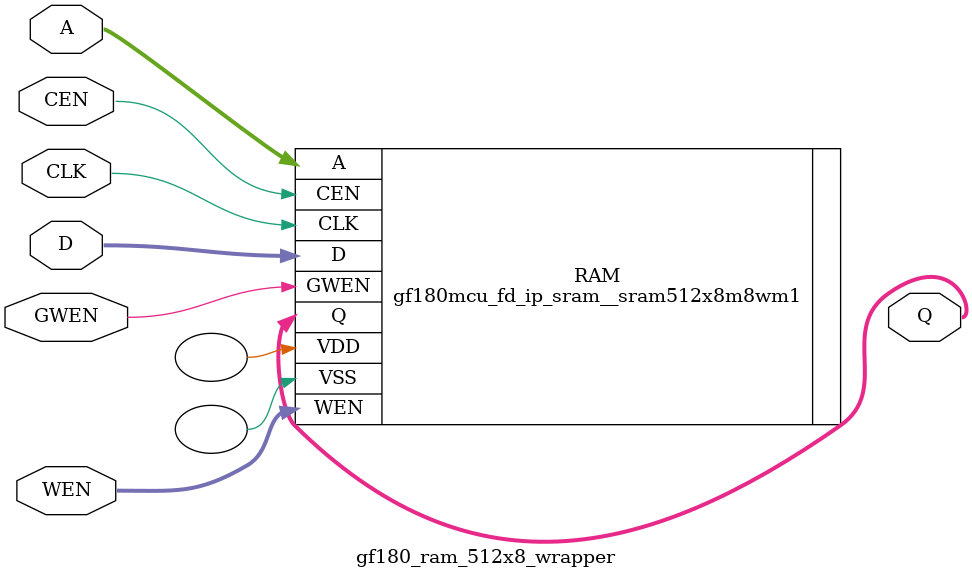
<source format=v>

module gf180_ram_512x8_wrapper (
	CLK,
	CEN,
	GWEN,
	WEN,
	A,
	D,
	Q
);

input           CLK;
input           CEN;    //Chip Enable
input           GWEN;   //Global Write Enable
input   [7:0]  	WEN;    //Write Enable
input   [8:0]   A;
input   [7:0]  	D;
output	[7:0]	Q;

gf180mcu_fd_ip_sram__sram512x8m8wm1 RAM (
    .CLK(CLK), 
    .CEN(CEN), 
    .GWEN(GWEN), 
    .WEN(WEN), 
    .A(A), 
    .D(D), 
    .Q(Q), 
    .VDD(), 
    .VSS());

endmodule
</source>
